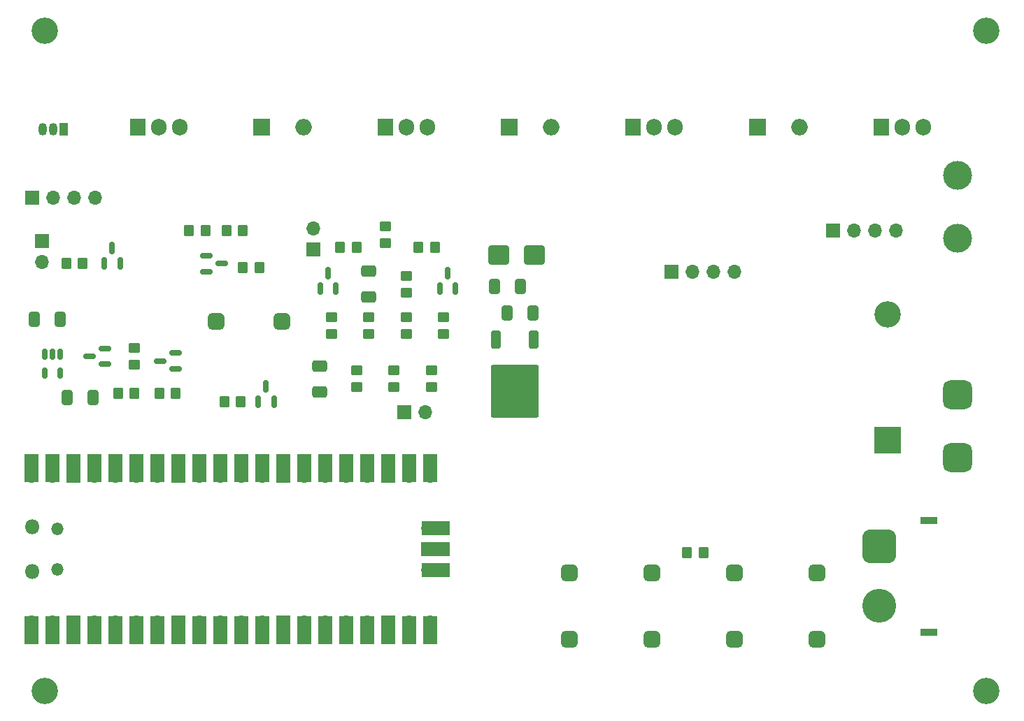
<source format=gts>
%TF.GenerationSoftware,KiCad,Pcbnew,7.0.1*%
%TF.CreationDate,2023-04-21T09:18:26-07:00*%
%TF.ProjectId,lipo_drainer_schematic,6c69706f-5f64-4726-9169-6e65725f7363,rev?*%
%TF.SameCoordinates,Original*%
%TF.FileFunction,Soldermask,Top*%
%TF.FilePolarity,Negative*%
%FSLAX46Y46*%
G04 Gerber Fmt 4.6, Leading zero omitted, Abs format (unit mm)*
G04 Created by KiCad (PCBNEW 7.0.1) date 2023-04-21 09:18:26*
%MOMM*%
%LPD*%
G01*
G04 APERTURE LIST*
G04 Aperture macros list*
%AMRoundRect*
0 Rectangle with rounded corners*
0 $1 Rounding radius*
0 $2 $3 $4 $5 $6 $7 $8 $9 X,Y pos of 4 corners*
0 Add a 4 corners polygon primitive as box body*
4,1,4,$2,$3,$4,$5,$6,$7,$8,$9,$2,$3,0*
0 Add four circle primitives for the rounded corners*
1,1,$1+$1,$2,$3*
1,1,$1+$1,$4,$5*
1,1,$1+$1,$6,$7*
1,1,$1+$1,$8,$9*
0 Add four rect primitives between the rounded corners*
20,1,$1+$1,$2,$3,$4,$5,0*
20,1,$1+$1,$4,$5,$6,$7,0*
20,1,$1+$1,$6,$7,$8,$9,0*
20,1,$1+$1,$8,$9,$2,$3,0*%
G04 Aperture macros list end*
%ADD10R,1.700000X1.700000*%
%ADD11O,1.700000X1.700000*%
%ADD12R,3.200000X3.200000*%
%ADD13O,3.200000X3.200000*%
%ADD14C,3.200000*%
%ADD15R,1.905000X2.000000*%
%ADD16O,1.905000X2.000000*%
%ADD17RoundRect,0.250000X0.412500X0.650000X-0.412500X0.650000X-0.412500X-0.650000X0.412500X-0.650000X0*%
%ADD18RoundRect,0.250000X-0.450000X0.350000X-0.450000X-0.350000X0.450000X-0.350000X0.450000X0.350000X0*%
%ADD19RoundRect,0.150000X-0.150000X0.512500X-0.150000X-0.512500X0.150000X-0.512500X0.150000X0.512500X0*%
%ADD20RoundRect,0.150000X0.587500X0.150000X-0.587500X0.150000X-0.587500X-0.150000X0.587500X-0.150000X0*%
%ADD21RoundRect,0.500000X-0.500000X-0.500000X0.500000X-0.500000X0.500000X0.500000X-0.500000X0.500000X0*%
%ADD22RoundRect,0.250000X-0.650000X0.412500X-0.650000X-0.412500X0.650000X-0.412500X0.650000X0.412500X0*%
%ADD23R,2.000000X2.000000*%
%ADD24O,2.000000X2.000000*%
%ADD25RoundRect,0.250000X0.450000X-0.350000X0.450000X0.350000X-0.450000X0.350000X-0.450000X-0.350000X0*%
%ADD26RoundRect,0.500000X0.500000X-0.500000X0.500000X0.500000X-0.500000X0.500000X-0.500000X-0.500000X0*%
%ADD27RoundRect,0.250000X0.350000X0.450000X-0.350000X0.450000X-0.350000X-0.450000X0.350000X-0.450000X0*%
%ADD28RoundRect,0.250000X-0.412500X-0.650000X0.412500X-0.650000X0.412500X0.650000X-0.412500X0.650000X0*%
%ADD29RoundRect,0.500000X0.500000X0.500000X-0.500000X0.500000X-0.500000X-0.500000X0.500000X-0.500000X0*%
%ADD30RoundRect,0.250000X0.650000X-0.412500X0.650000X0.412500X-0.650000X0.412500X-0.650000X-0.412500X0*%
%ADD31O,1.800000X1.800000*%
%ADD32O,1.500000X1.500000*%
%ADD33R,1.700000X3.500000*%
%ADD34R,3.500000X1.700000*%
%ADD35RoundRect,0.250000X-0.350000X-0.450000X0.350000X-0.450000X0.350000X0.450000X-0.350000X0.450000X0*%
%ADD36RoundRect,0.250000X-0.350000X0.850000X-0.350000X-0.850000X0.350000X-0.850000X0.350000X0.850000X0*%
%ADD37RoundRect,0.249997X-2.650003X2.950003X-2.650003X-2.950003X2.650003X-2.950003X2.650003X2.950003X0*%
%ADD38RoundRect,0.875000X0.875000X-0.875000X0.875000X0.875000X-0.875000X0.875000X-0.875000X-0.875000X0*%
%ADD39C,3.500000*%
%ADD40R,1.050000X1.500000*%
%ADD41O,1.050000X1.500000*%
%ADD42R,2.000000X0.900000*%
%ADD43RoundRect,1.025000X-1.025000X1.025000X-1.025000X-1.025000X1.025000X-1.025000X1.025000X1.025000X0*%
%ADD44C,4.100000*%
%ADD45RoundRect,0.250000X-1.000000X-0.900000X1.000000X-0.900000X1.000000X0.900000X-1.000000X0.900000X0*%
%ADD46RoundRect,0.150000X0.150000X-0.587500X0.150000X0.587500X-0.150000X0.587500X-0.150000X-0.587500X0*%
%ADD47RoundRect,0.150000X-0.587500X-0.150000X0.587500X-0.150000X0.587500X0.150000X-0.587500X0.150000X0*%
G04 APERTURE END LIST*
D10*
%TO.C,J3*%
X135500000Y-100250000D03*
D11*
X138040000Y-100250000D03*
%TD*%
D12*
%TO.C,D3*%
X194000000Y-103620000D03*
D13*
X194000000Y-88380000D03*
%TD*%
D14*
%TO.C,SEHOLE*%
X206000000Y-134000000D03*
%TD*%
D15*
%TO.C,Q7*%
X103250000Y-65750000D03*
D16*
X105790000Y-65750000D03*
X108330000Y-65750000D03*
%TD*%
D17*
%TO.C,C1*%
X93875000Y-89000000D03*
X90750000Y-89000000D03*
%TD*%
D18*
%TO.C,R9*%
X138800000Y-95200000D03*
X138800000Y-97200000D03*
%TD*%
D19*
%TO.C,U3*%
X93875000Y-93225000D03*
X92925000Y-93225000D03*
X91975000Y-93225000D03*
X91975000Y-95500000D03*
X93875000Y-95500000D03*
%TD*%
D20*
%TO.C,Q1*%
X107875000Y-95000000D03*
X107875000Y-93100000D03*
X106000000Y-94050000D03*
%TD*%
D21*
%TO.C,SW1*%
X165500000Y-127750000D03*
X165500000Y-119750000D03*
%TD*%
D22*
%TO.C,C4*%
X131250000Y-83125000D03*
X131250000Y-86250000D03*
%TD*%
D23*
%TO.C,R23*%
X148250000Y-65750000D03*
D24*
X153330000Y-65750000D03*
%TD*%
D25*
%TO.C,R25*%
X135750000Y-85750000D03*
X135750000Y-83750000D03*
%TD*%
D18*
%TO.C,R18*%
X140250000Y-88750000D03*
X140250000Y-90750000D03*
%TD*%
D26*
%TO.C,SW4*%
X120750000Y-89250000D03*
X112750000Y-89250000D03*
%TD*%
D10*
%TO.C,J2*%
X187450000Y-78225000D03*
D11*
X189990000Y-78225000D03*
X192530000Y-78225000D03*
X195070000Y-78225000D03*
%TD*%
D27*
%TO.C,R7*%
X115750000Y-99000000D03*
X113750000Y-99000000D03*
%TD*%
D10*
%TO.C,J5*%
X124500000Y-80540000D03*
D11*
X124500000Y-78000000D03*
%TD*%
D25*
%TO.C,R10*%
X134300000Y-97200000D03*
X134300000Y-95200000D03*
%TD*%
D28*
%TO.C,C2*%
X94750000Y-98500000D03*
X97875000Y-98500000D03*
%TD*%
D29*
%TO.C,SW5*%
X155500000Y-119750000D03*
X155500000Y-127750000D03*
%TD*%
D14*
%TO.C,NWHOLE*%
X92000000Y-54000000D03*
%TD*%
D10*
%TO.C,J8*%
X90460000Y-74250000D03*
D11*
X93000000Y-74250000D03*
X95540000Y-74250000D03*
X98080000Y-74250000D03*
%TD*%
D30*
%TO.C,C3*%
X125300000Y-97825000D03*
X125300000Y-94700000D03*
%TD*%
D14*
%TO.C,NEHOLE*%
X206000000Y-54000000D03*
%TD*%
D20*
%TO.C,Q2*%
X99312500Y-94450000D03*
X99312500Y-92550000D03*
X97437500Y-93500000D03*
%TD*%
D31*
%TO.C,U2*%
X90530000Y-119585000D03*
D32*
X93560000Y-119285000D03*
X93560000Y-114435000D03*
D31*
X90530000Y-114135000D03*
D11*
X90400000Y-125750000D03*
D33*
X90400000Y-126650000D03*
D11*
X92940000Y-125750000D03*
D33*
X92940000Y-126650000D03*
D10*
X95480000Y-125750000D03*
D33*
X95480000Y-126650000D03*
D11*
X98020000Y-125750000D03*
D33*
X98020000Y-126650000D03*
D11*
X100560000Y-125750000D03*
D33*
X100560000Y-126650000D03*
D11*
X103100000Y-125750000D03*
D33*
X103100000Y-126650000D03*
D11*
X105640000Y-125750000D03*
D33*
X105640000Y-126650000D03*
D10*
X108180000Y-125750000D03*
D33*
X108180000Y-126650000D03*
D11*
X110720000Y-125750000D03*
D33*
X110720000Y-126650000D03*
D11*
X113260000Y-125750000D03*
D33*
X113260000Y-126650000D03*
D11*
X115800000Y-125750000D03*
D33*
X115800000Y-126650000D03*
D11*
X118340000Y-125750000D03*
D33*
X118340000Y-126650000D03*
D10*
X120880000Y-125750000D03*
D33*
X120880000Y-126650000D03*
D11*
X123420000Y-125750000D03*
D33*
X123420000Y-126650000D03*
D11*
X125960000Y-125750000D03*
D33*
X125960000Y-126650000D03*
D11*
X128500000Y-125750000D03*
D33*
X128500000Y-126650000D03*
D11*
X131040000Y-125750000D03*
D33*
X131040000Y-126650000D03*
D10*
X133580000Y-125750000D03*
D33*
X133580000Y-126650000D03*
D11*
X136120000Y-125750000D03*
D33*
X136120000Y-126650000D03*
D11*
X138660000Y-125750000D03*
D33*
X138660000Y-126650000D03*
D11*
X138660000Y-107970000D03*
D33*
X138660000Y-107070000D03*
D11*
X136120000Y-107970000D03*
D33*
X136120000Y-107070000D03*
D10*
X133580000Y-107970000D03*
D33*
X133580000Y-107070000D03*
D11*
X131040000Y-107970000D03*
D33*
X131040000Y-107070000D03*
D11*
X128500000Y-107970000D03*
D33*
X128500000Y-107070000D03*
D11*
X125960000Y-107970000D03*
D33*
X125960000Y-107070000D03*
D11*
X123420000Y-107970000D03*
D33*
X123420000Y-107070000D03*
D10*
X120880000Y-107970000D03*
D33*
X120880000Y-107070000D03*
D11*
X118340000Y-107970000D03*
D33*
X118340000Y-107070000D03*
D11*
X115800000Y-107970000D03*
D33*
X115800000Y-107070000D03*
D11*
X113260000Y-107970000D03*
D33*
X113260000Y-107070000D03*
D11*
X110720000Y-107970000D03*
D33*
X110720000Y-107070000D03*
D10*
X108180000Y-107970000D03*
D33*
X108180000Y-107070000D03*
D11*
X105640000Y-107970000D03*
D33*
X105640000Y-107070000D03*
D11*
X103100000Y-107970000D03*
D33*
X103100000Y-107070000D03*
D11*
X100560000Y-107970000D03*
D33*
X100560000Y-107070000D03*
D11*
X98020000Y-107970000D03*
D33*
X98020000Y-107070000D03*
D10*
X95480000Y-107970000D03*
D33*
X95480000Y-107070000D03*
D11*
X92940000Y-107970000D03*
D33*
X92940000Y-107070000D03*
D11*
X90400000Y-107970000D03*
D33*
X90400000Y-107070000D03*
D11*
X138430000Y-119400000D03*
D34*
X139330000Y-119400000D03*
D10*
X138430000Y-116860000D03*
D34*
X139330000Y-116860000D03*
D11*
X138430000Y-114320000D03*
D34*
X139330000Y-114320000D03*
%TD*%
D10*
%TO.C,J4*%
X167880000Y-83250000D03*
D11*
X170420000Y-83250000D03*
X172960000Y-83250000D03*
X175500000Y-83250000D03*
%TD*%
D29*
%TO.C,SW2*%
X175500000Y-119750000D03*
X175500000Y-127750000D03*
%TD*%
D17*
%TO.C,C6*%
X151125000Y-88200000D03*
X148000000Y-88200000D03*
%TD*%
D35*
%TO.C,R8*%
X109500000Y-78250000D03*
X111500000Y-78250000D03*
%TD*%
D23*
%TO.C,R24*%
X178250000Y-65750000D03*
D24*
X183330000Y-65750000D03*
%TD*%
D18*
%TO.C,R16*%
X133250000Y-77750000D03*
X133250000Y-79750000D03*
%TD*%
D35*
%TO.C,R17*%
X127750000Y-80250000D03*
X129750000Y-80250000D03*
%TD*%
D18*
%TO.C,R14*%
X131250000Y-88750000D03*
X131250000Y-90750000D03*
%TD*%
D27*
%TO.C,R21*%
X96625000Y-82250000D03*
X94625000Y-82250000D03*
%TD*%
D36*
%TO.C,U1*%
X151205000Y-91425000D03*
D37*
X148925000Y-97725000D03*
D36*
X146645000Y-91425000D03*
%TD*%
D18*
%TO.C,R2*%
X102875000Y-92500000D03*
X102875000Y-94500000D03*
%TD*%
D25*
%TO.C,R15*%
X126750000Y-90750000D03*
X126750000Y-88750000D03*
%TD*%
D38*
%TO.C,F1*%
X202500000Y-105750000D03*
X202500000Y-98130000D03*
D39*
X202500000Y-79160000D03*
X202500000Y-71540000D03*
%TD*%
D35*
%TO.C,R26*%
X169750000Y-117250000D03*
X171750000Y-117250000D03*
%TD*%
D27*
%TO.C,R1*%
X107875000Y-98000000D03*
X105875000Y-98000000D03*
%TD*%
D40*
%TO.C,J7*%
X94270000Y-66000000D03*
D41*
X93000000Y-66000000D03*
X91730000Y-66000000D03*
%TD*%
D15*
%TO.C,Q11*%
X163250000Y-65750000D03*
D16*
X165790000Y-65750000D03*
X168330000Y-65750000D03*
%TD*%
D25*
%TO.C,R19*%
X135750000Y-90750000D03*
X135750000Y-88750000D03*
%TD*%
D35*
%TO.C,R3*%
X100875000Y-98000000D03*
X102875000Y-98000000D03*
%TD*%
D42*
%TO.C,J1*%
X199000000Y-113400000D03*
X199000000Y-126900000D03*
D43*
X193000000Y-116550000D03*
D44*
X193000000Y-123750000D03*
%TD*%
D45*
%TO.C,D1*%
X147000000Y-81250000D03*
X151300000Y-81250000D03*
%TD*%
D23*
%TO.C,R22*%
X118250000Y-65750000D03*
D24*
X123330000Y-65750000D03*
%TD*%
D46*
%TO.C,U4*%
X117850000Y-99000000D03*
X119750000Y-99000000D03*
X118800000Y-97125000D03*
%TD*%
D47*
%TO.C,Q5*%
X111562500Y-81300000D03*
X111562500Y-83200000D03*
X113437500Y-82250000D03*
%TD*%
D15*
%TO.C,Q8*%
X133250000Y-65750000D03*
D16*
X135790000Y-65750000D03*
X138330000Y-65750000D03*
%TD*%
D46*
%TO.C,Q9*%
X139850000Y-85250000D03*
X141750000Y-85250000D03*
X140800000Y-83375000D03*
%TD*%
D15*
%TO.C,Q10*%
X193250000Y-65750000D03*
D16*
X195790000Y-65750000D03*
X198330000Y-65750000D03*
%TD*%
D29*
%TO.C,SW3*%
X185500000Y-119750000D03*
X185500000Y-127750000D03*
%TD*%
D46*
%TO.C,Q6*%
X125350000Y-85250000D03*
X127250000Y-85250000D03*
X126300000Y-83375000D03*
%TD*%
%TO.C,U5*%
X99225000Y-82250000D03*
X101125000Y-82250000D03*
X100175000Y-80375000D03*
%TD*%
D14*
%TO.C,SWHOLE*%
X92000000Y-134000000D03*
%TD*%
D10*
%TO.C,J6*%
X91650000Y-79500000D03*
D11*
X91650000Y-82040000D03*
%TD*%
D27*
%TO.C,R12*%
X116000000Y-78250000D03*
X114000000Y-78250000D03*
%TD*%
%TO.C,R20*%
X139250000Y-80250000D03*
X137250000Y-80250000D03*
%TD*%
D18*
%TO.C,R11*%
X129800000Y-95200000D03*
X129800000Y-97200000D03*
%TD*%
D35*
%TO.C,R13*%
X116000000Y-82750000D03*
X118000000Y-82750000D03*
%TD*%
D28*
%TO.C,C5*%
X146475000Y-85000000D03*
X149600000Y-85000000D03*
%TD*%
M02*

</source>
